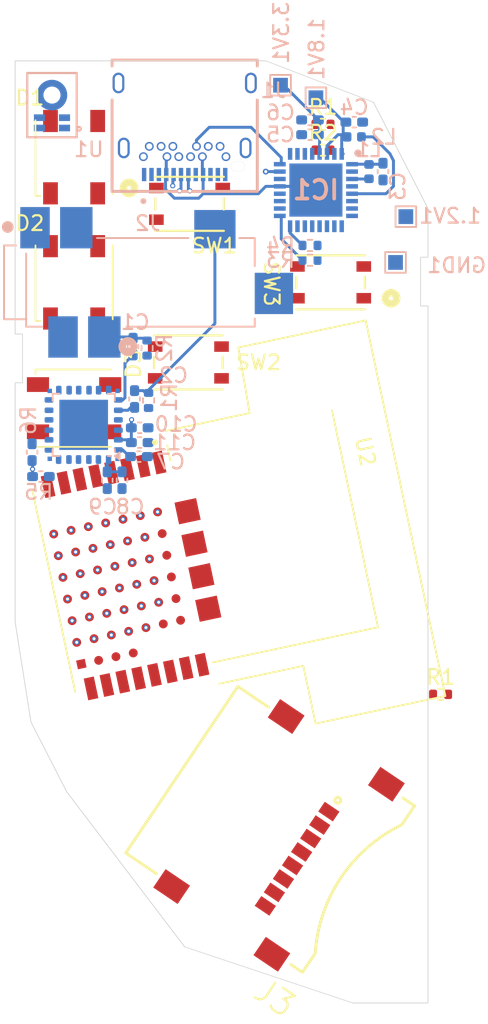
<source format=kicad_pcb>
(kicad_pcb (version 20240108) (generator "pcbnew") (generator_version "8.0")
  (layers (0 "F.Cu" signal) (1 "In1.Cu" signal) (2 "In2.Cu" signal) (31 "B.Cu" signal) (34 "B.Paste" user) (35 "F.Paste" user) (36 "B.SilkS" user "B.Silkscreen") (37 "F.SilkS" user "F.Silkscreen") (38 "B.Mask" user) (39 "F.Mask" user) (44 "Edge.Cuts" user))
  (net 0 "")
  (net 1 "Net-(D1-VDD)")
  (net 2 "Net-(U3-OUT1M)")
  (net 3 "/TRRS_RNG1")
  (net 4 "/TRRS_TIP")
  (net 5 "Net-(U3-OUT1P)")
  (net 6 "Net-(U3-VREF)")
  (net 7 "/SPI_MISO")
  (net 8 "Net-(U3-DREG)")
  (net 9 "Net-(D1-DO)")
  (net 10 "/NeoPixels")
  (net 11 "/SPI_CS?????")
  (net 25 "/VBUSOUT")
  (net 27 "/VSYS")
  (net 31 "Net-(D2-DO)")
  (net 32 "/TRRS_SLV")
  (net 33 "Net-(U3-SCL)")
  (net 41 "Net-(U3-SDA)")
  (net 42 "/BUTT_UP")
  (net 43 "/BUTT_DOWN")
  (net 45 "/BUTT_RT")
  (net 46 "/PDM_CLK")
  (net 47 "/PDM_DATA")
  (net 49 "/I2S_SDI")
  (net 50 "/SPI_SCLK")
  (net 51 "/I2S_SDO")
  (net 52 "/VBUS_5V")
  (net 53 "/I2S_SCK")
  (net 54 "/AIN2_VBUS")
  (net 55 "/PDM_CLK_MIC")
  (net 56 "/PDM_DAT_MIC")
  (net 57 "/SWDIO")
  (net 59 "/PDM_DAT_SBU")
  (net 60 "/PDM_CLK_SBU")
  (net 61 "/RST")
  (net 62 "unconnected-(U2-P0.23-PadC4)")
  (net 63 "unconnected-(U2-P0.31-PadC1)")
  (net 64 "/AIN0_VBAT")
  (net 65 "/AIN3_3.3V")
  (net 66 "unconnected-(U2-P0.16{slash}IO3-PadA4)")
  (net 67 "/AIN6_AUX")
  (net 68 "/3.3V")
  (net 69 "unconnected-(U2-P0.17{slash}SCK-PadB2)")
  (net 70 "/SWCLK")
  (net 71 "/AIN4_1.8V")
  (net 72 "/AIN5_1.2V")
  (net 73 "unconnected-(U2-P1.14-PadZ5)")
  (net 74 "/I2S_LRCK")
  (net 75 "unconnected-(U2-P1.01-PadD6)")
  (net 76 "/SPI_MOSI")
  (net 78 "unconnected-(U2-P1.00-PadA5)")
  (net 79 "unconnected-(U2-P0.15{slash}IO2-PadB4)")
  (net 80 "unconnected-(U2-P0.12{slash}DCX-PadB5)")
  (net 81 "unconnected-(U2-P0.24-PadC3)")
  (net 84 "unconnected-(U2-P0.21-PadC2)")
  (net 86 "unconnected-(U2-P1.15-PadZ6)")
  (net 87 "unconnected-(U2-P1.09-PadZ0)")
  (net 90 "unconnected-(U2-P0.29-PadD4)")
  (net 91 "/MIC_IN_TRS")
  (net 95 "unconnected-(U2-P0.14{slash}IO1-PadB3)")
  (net 98 "unconnected-(U2-P1.08-PadA6)")
  (net 102 "unconnected-(U2-P0.22-PadD5)")
  (net 103 "unconnected-(U2-P0.28{slash}AIN7-PadD3)")
  (net 104 "unconnected-(U2-P0.20-PadC5)")
  (net 105 "unconnected-(U2-P0.19-PadB1)")
  (net 109 "Net-(IC1-VSET2)")
  (net 111 "/VBAT")
  (net 113 "Net-(IC1-VSET1)")
  (net 114 "Net-(IC1-SW1)")
  (net 115 "/CC1")
  (net 116 "/CC2")
  (net 119 "/VBUSIN")
  (net 120 "GND")
  (net 121 "/SW2")
  (net 122 "/1.8V")
  (net 123 "/VLDO")
  (net 124 "/SCL")
  (net 125 "/SDA")
  (net 126 "/LSOUT")
  (net 127 "/NTC_BAT")
  (net 128 "/1.2V")
  (net 129 "/DN1")
  (net 130 "/DP1")
  (footprint "LED_SMD:LED_Inolux_IN-PI554FCH_PLCC4_5.0x5.0mm_P3.2mm" (layer "F.Cu") (at 140 93.522192)
    (property "Reference" "D3")
    (property "Value" "Inolux_IN-PI554FCH" (hide yes))
  )
  (footprint "Switch_Pushbutton:SW4_PTS815 SJM 250 SMTR LFS_CNK" (layer "F.Cu") (at 157.395871 85 180)
    (property "Reference" "SW3")
    (property "Value" "PTS815 SJM 250 SMTR LFS" (hide yes))
  )
  (footprint "Switch_Pushbutton:SW4_PTS815 SJM 250 SMTR LFS_CNK" (layer "F.Cu") (at 147.749999 90.425001)
    (property "Reference" "SW2")
    (property "Value" "PTS815 SJM 250 SMTR LFS" (hide yes))
  )
  (footprint "Resistor_SMD:R_0402_1005Metric" (layer "F.Cu") (at 156.88 76.05)
    (property "Reference" "R2")
    (property "Value" "R")
  )
  (footprint "LED_SMD:LED_Inolux_IN-PI554FCH_PLCC4_5.0x5.0mm_P3.2mm" (layer "F.Cu") (at 140 76.522192 90)
    (property "Reference" "D1")
    (property "Value" "Inolux_IN-PI554FCH" (hide yes))
  )
  (footprint "Resistor_SMD:R_0402_1005Metric" (layer "F.Cu") (at 156.88 74.3)
    (property "Reference" "R1")
    (property "Value" "R")
  )
  (footprint "Switch_Pushbutton:SW4_PTS815 SJM 250 SMTR LFS_CNK" (layer "F.Cu") (at 147.8308 79.683548)
    (property "Reference" "SW1")
    (property "Value" "PTS815 SJM 250 SMTR LFS" (hide yes))
  )
  (footprint "BT40F:XCVR_BT40F" (layer "F.Cu") (at 148.783417 103.205722 -78)
    (property "Reference" "U2")
    (property "Value" "BT40F")
  )
  (footprint "LED_SMD:LED_Inolux_IN-PI554FCH_PLCC4_5.0x5.0mm_P3.2mm" (layer "F.Cu") (at 140 85 90)
    (property "Reference" "D2")
    (property "Value" "Inolux_IN-PI554FCH" (hide yes))
  )
  (footprint "Resistor_SMD:R_0402_1005Metric" (layer "F.Cu") (at 164.855 112.9)
    (property "Reference" "R1")
    (property "Value" "R")
  )
  (footprint "Connector_TF:GCT_MEM2067-02-180-00-A_REVB" (layer "F.Cu") (at 153.29594 122.046058 56)
    (property "Reference" "J3")
    (property "Value" "MEM2067-02-180-00-A_REVB" (hide yes))
  )
  (footprint "Capacitor_SMD:C_0402_1005Metric_Pad0.74x0.62mm_HandSolder" (layer "B.Cu") (at 144.4 96.8 180)
    (property "Reference" "C7")
    (property "Value" "10uF")
  )
  (footprint "Capacitor_SMD:C_0402_1005Metric_Pad0.74x0.62mm_HandSolder" (layer "B.Cu") (at 142.25 98.4 90)
    (property "Reference" "C9")
    (property "Value" "10uF")
  )
  (footprint "Capacitor_SMD:C_0402_1005Metric_Pad0.74x0.62mm_HandSolder" (layer "B.Cu") (at 137.75 98.15 180)
    (property "Reference" "R5")
    (property "Value" "1k")
  )
  (footprint "TestPoint:TestPoint_Pad_1.0x1.0mm" (layer "B.Cu") (at 154 71.65 180)
    (property "Reference" "3.3V1")
    (property "Value" "TestPoint")
  )
  (footprint "Package_DFN_QFN:WAVE_CODEC" (layer "B.Cu") (at 140.65 94.65 90)
    (property "Reference" "U3" (hide yes))
    (property "Value" "~")
  )
  (footprint "TestPoint:TestPoint_Pad_1.0x1.0mm" (layer "B.Cu") (at 162.5 80.55 180)
    (property "Reference" "1.2V1")
    (property "Value" "1.2V")
  )
  (footprint "NPM1300:QFN50P500X500X90-33N" (layer "B.Cu") (at 156.4 78.75 180)
    (property "Reference" "IC1")
    (property "Value" "NPM1300-QEAA-R" (hide yes))
  )
  (footprint "Resistor_SMD:R_0402_1005Metric" (layer "B.Cu") (at 156 82.5 180)
    (property "Reference" "R4")
    (property "Value" "4.7k")
  )
  (footprint "Microphone:PG-LLGA-5-3_INF" (layer "B.Cu") (at 138.5 73 180)
    (property "Reference" "U1")
    (property "Value" "IM72D128V01XTMA1" (hide yes))
  )
  (footprint "Capacitor_SMD:C_0402_1005Metric_Pad0.74x0.62mm_HandSolder" (layer "B.Cu") (at 160.95 77.5 90)
    (property "Reference" "C3")
    (property "Value" "10uF")
  )
  (footprint "Resistor_SMD:R_0402_1005Metric" (layer "B.Cu") (at 156 83.5)
    (property "Reference" "R3")
    (property "Value" "10k")
  )
  (footprint "Capacitor_SMD:C_0402_1005Metric_Pad0.74x0.62mm_HandSolder" (layer "B.Cu") (at 156 74)
    (property "Reference" "C6")
    (property "Value" "10uF")
  )
  (footprint "Capacitor_SMD:C_0402_1005Metric_Pad0.74x0.62mm_HandSolder" (layer "B.Cu") (at 144.45 95.85 180)
    (property "Reference" "C11")
    (property "Value" "10uF")
  )
  (footprint "Capacitor_SMD:C_0402_1005Metric_Pad0.74x0.62mm_HandSolder" (layer "B.Cu") (at 137.15 96.5 -90)
    (property "Reference" "R6")
    (property "Value" "1k")
  )
  (footprint "Inductor_SMD:L_0402_1005Metric" (layer "B.Cu") (at 159 75.15)
    (property "Reference" "L2")
    (property "Value" "2.2uH")
  )
  (footprint "Resistor_SMD:R_0402_1005Metric" (layer "B.Cu") (at 144.95 89.45 90)
    (property "Reference" "R2")
    (property "Value" "R")
  )
  (footprint "Resistor_SMD:R_0402_1005Metric" (layer "B.Cu") (at 145.05 93 -90)
    (property "Reference" "R1")
    (property "Value" "R")
  )
  (footprint "Connector_USBC:GCT_USB4056-03-A_REVA2" (layer "B.Cu") (at 147.5 71.5)
    (property "Reference" "J1")
    (property "Value" "USB4056-03-A_REVA2" (hide yes))
    (fp_line (start 3.45 5.315) (end 3.75 5.315) (stroke (width 0.01)) (layer "Edge.Cuts"))
    (fp_line (start 3.75 5.965) (end 3.45 5.965) (stroke (width 0.01)) (layer "Edge.Cuts"))
    (fp_arc (start 3.125 5.64) (mid 3.22019 5.41019) (end 3.45 5.315) (stroke (width 0.01)) (layer "Edge.Cuts"))
    (fp_arc (start 3.45 5.965) (mid 3.22019 5.86981) (end 3.125 5.64) (stroke (width 0.01)) (layer "Edge.Cuts"))
    (fp_arc (start 3.75 5.315) (mid 3.97981 5.41019) (end 4.075 5.64) (stroke (width 0.01)) (layer "Edge.Cuts"))
    (fp_arc (start 4.075 5.64) (mid 3.97981 5.86981) (end 3.75 5.965) (stroke (width 0.01)) (layer "Edge.Cuts"))
  )
  (footprint "Connector_Audio_SJ43:CUI_SJ-43516-SMT" (layer "B.Cu") (at 144.5 85)
    (property "Reference" "J2")
    (property "Value" "SJ-43516-SMT" (hide yes))
  )
  (footprint "Inductor_SMD:L_0402_1005Metric" (layer "B.Cu") (at 160 77.5 -90)
    (property "Reference" "L1")
    (property "Value" "2.2uH")
  )
  (footprint "Capacitor_SMD:C_0402_1005Metric_Pad0.74x0.62mm_HandSolder" (layer "B.Cu") (at 156 75)
    (property "Reference" "C5")
    (property "Value" "10uF")
  )
  (footprint "Capacitor_SMD:C_0402_1005Metric_Pad0.74x0.62mm_HandSolder" (layer "B.Cu") (at 144 89.35 -90)
    (property "Reference" "C1")
    (property "Value" "10uF")
  )
  (footprint "Capacitor_SMD:C_0402_1005Metric_Pad0.74x0.62mm_HandSolder" (layer "B.Cu") (at 159 74.15 180)
    (property "Reference" "C4")
    (property "Value" "10uF")
  )
  (footprint "TestPoint:TestPoint_Pad_1.0x1.0mm" (layer "B.Cu") (at 156.4 72.5 180)
    (property "Reference" "1.8V1")
    (property "Value" "1.8V")
  )
  (footprint "Capacitor_SMD:C_0402_1005Metric_Pad0.74x0.62mm_HandSolder" (layer "B.Cu") (at 144.45 94.85 180)
    (property "Reference" "C10")
    (property "Value" "0.1uf")
  )
  (footprint "TestPoint:TestPoint_Pad_1.0x1.0mm" (layer "B.Cu") (at 161.8 83.65 180)
    (property "Reference" "GND1")
    (property "Value" "TestPoint")
  )
  (footprint "Capacitor_SMD:C_0402_1005Metric_Pad0.74x0.62mm_HandSolder" (layer "B.Cu") (at 143.25 98.4 90)
    (property "Reference" "C8")
    (property "Value" "0.1uf")
  )
  (footprint "Capacitor_SMD:C_0402_1005Metric_Pad0.74x0.62mm_HandSolder" (layer "B.Cu") (at 144.1 92.9 -90)
    (property "Reference" "C2")
    (property "Value" "10uF")
  )
  (gr_line (start 147.5 130) (end 139.5 119.5) (stroke (width 0.05)) (layer "Edge.Cuts"))
  (gr_line (start 164 86.6) (end 164 133.8) (stroke (width 0.05)) (layer "Edge.Cuts"))
  (gr_line (start 136 88.5) (end 136 70) (stroke (width 0.05)) (layer "Edge.Cuts"))
  (gr_line (start 136 70) (end 153 70) (stroke (width 0.05)) (layer "Edge.Cuts"))
  (gr_line (start 163.5 83.3) (end 163.5 86.6) (stroke (width 0.05)) (layer "Edge.Cuts"))
  (gr_line (start 153 70) (end 160.3 72.8) (stroke (width 0.05)) (layer "Edge.Cuts"))
  (gr_line (start 158.9 133.8) (end 147.5 130) (stroke (width 0.05)) (layer "Edge.Cuts"))
  (gr_line (start 160.3 72.8) (end 164 80) (stroke (width 0.05)) (layer "Edge.Cuts"))
  (gr_line (start 163.5 86.6) (end 164 86.6) (stroke (width 0.05)) (layer "Edge.Cuts"))
  (gr_line (start 136.5 88.5) (end 136.5 91.8) (stroke (width 0.05)) (layer "Edge.Cuts"))
  (gr_line (start 164 80) (end 164 83.3) (stroke (width 0.05)) (layer "Edge.Cuts"))
  (gr_line (start 136 108) (end 136 91.8) (stroke (width 0.05)) (layer "Edge.Cuts"))
  (gr_line (start 164 133.8) (end 158.9 133.8) (stroke (width 0.05)) (layer "Edge.Cuts"))
  (gr_line (start 137.075 114.775) (end 136 108) (stroke (width 0.05)) (layer "Edge.Cuts"))
  (gr_line (start 136 91.8) (end 136.5 91.8) (stroke (width 0.05)) (layer "Edge.Cuts"))
  (gr_line (start 139.5 119.5) (end 137.075 114.775) (stroke (width 0.05)) (layer "Edge.Cuts"))
  (gr_line (start 136 88.5) (end 136.5 88.5) (stroke (width 0.05)) (layer "Edge.Cuts"))
  (gr_line (start 163.5 83.3) (end 164 83.3) (stroke (width 0.05)) (layer "Edge.Cuts"))
  (segment (start 143.45 90.4675) (end 144 89.9175) (width 0.2) (layer "B.Cu") (net 2))
  (segment (start 143.299999 92.9625) (end 143.45 92.812499) (width 0.2) (layer "B.Cu") (net 2))
  (segment (start 143 92.9625) (end 143.299999 92.9625) (width 0.2) (layer "B.Cu") (net 2))
  (segment (start 143.45 92.812499) (end 143.45 90.4675) (width 0.2) (layer "B.Cu") (net 2))
  (segment (start 143.9175 88.7) (end 144 88.7825) (width 0.2) (layer "B.Cu") (net 3))
  (segment (start 144 88.7825) (end 144.7925 88.7825) (width 0.2) (layer "B.Cu") (net 3))
  (segment (start 142.05 88.7) (end 143.9175 88.7) (width 0.2) (layer "B.Cu") (net 3))
  (segment (start 144.7925 88.7825) (end 144.95 88.94) (width 0.2) (layer "B.Cu") (net 3))
  (segment (start 144.6925 92.3325) (end 144.85 92.49) (width 0.2) (layer "B.Cu") (net 4))
  (segment (start 144.1 92.3325) (end 144.6925 92.3325) (width 0.2) (layer "B.Cu") (net 4))
  (segment (start 149.55 87.79) (end 149.55 81.4) (width 0.2) (layer "B.Cu") (net 4))
  (segment (start 144.85 92.49) (end 149.55 87.79) (width 0.2) (layer "B.Cu") (net 4))
  (segment (start 143 93.6625) (end 143.655 93.6625) (width 0.2) (layer "B.Cu") (net 5))
  (segment (start 143.655 93.6625) (end 143.85 93.4675) (width 0.2) (layer "B.Cu") (net 5))
  (segment (start 143.8325 96.8) (end 143.749999 96.8) (width 0.2) (layer "B.Cu") (net 6))
  (segment (start 143.749999 96.8) (end 143.299999 96.35) (width 0.2) (layer "B.Cu") (net 6))
  (segment (start 143.299999 96.35) (end 143 96.35) (width 0.2) (layer "B.Cu") (net 6))
  (via (at 140.17901 109.379593) (size 0.35) (drill 0.2) (layers "F.Cu" "B.Cu") (net 7))
  (segment (start 142.3375 97) (end 142.35 97) (width 0.2) (layer "B.Cu") (net 8))
  (segment (start 142.25 97.1) (end 142.25 97.8325) (width 0.2) (layer "B.Cu") (net 8))
  (segment (start 142.25 97.8325) (end 143.25 97.8325) (width 0.2) (layer "B.Cu") (net 8))
  (segment (start 142.35 97) (end 142.25 97.1) (width 0.2) (layer "B.Cu") (net 8))
  (via (at 143.314781 101.04551) (size 0.35) (drill 0.2) (layers "F.Cu" "B.Cu") (net 49))
  (via (at 142.452872 102.762226) (size 0.35) (drill 0.2) (layers "F.Cu" "B.Cu") (net 50))
  (via (at 144.488558 100.796015) (size 0.35) (drill 0.2) (layers "F.Cu" "B.Cu") (net 51))
  (via (at 142.141005 101.295005) (size 0.35) (drill 0.2) (layers "F.Cu" "B.Cu") (net 53))
  (via (at 144.800425 102.263236) (size 0.35) (drill 0.2) (layers "F.Cu" "B.Cu") (net 54))
  (via (at 143.700341 108.631111) (size 0.35) (drill 0.2) (layers "F.Cu" "B.Cu") (net 59))
  (via (at 144.874119 108.381616) (size 0.35) (drill 0.2) (layers "F.Cu" "B.Cu") (net 60))
  (via (at 141.902828 105.946163) (size 0.35) (drill 0.2) (layers "F.Cu" "B.Cu") (net 62))
  (via (at 145.424162 105.197682) (size 0.35) (drill 0.2) (layers "F.Cu" "B.Cu") (net 63))
  (via (at 143.626648 102.512731) (size 0.35) (drill 0.2) (layers "F.Cu" "B.Cu") (net 65))
  (via (at 141.279094 103.011719) (size 0.35) (drill 0.2) (layers "F.Cu" "B.Cu") (net 66))
  (via (at 144.56225 106.914397) (size 0.35) (drill 0.2) (layers "F.Cu" "B.Cu") (net 67))
  (segment (start 154.2175 71.65) (end 156.284657 73.717157) (width 0.2) (layer "B.Cu") (net 68))
  (segment (start 154 71.65) (end 154.2175 71.65) (width 0.2) (layer "B.Cu") (net 68))
  (via (at 143.938516 103.979952) (size 0.35) (drill 0.2) (layers "F.Cu" "B.Cu") (net 69))
  (via (at 139.555276 106.44515) (size 0.35) (drill 0.2) (layers "F.Cu" "B.Cu") (net 71))
  (via (at 145.736028 106.664901) (size 0.35) (drill 0.2) (layers "F.Cu" "B.Cu") (net 72))
  (via (at 139.793449 101.793991) (size 0.35) (drill 0.2) (layers "F.Cu" "B.Cu") (net 73))
  (via (at 140.967226 101.544499) (size 0.35) (drill 0.2) (layers "F.Cu" "B.Cu") (net 74))
  (via (at 139.867143 107.912371) (size 0.35) (drill 0.2) (layers "F.Cu" "B.Cu") (net 75))
  (via (at 140.105317 103.261214) (size 0.35) (drill 0.2) (layers "F.Cu" "B.Cu") (net 78))
  (via (at 141.590961 104.478938) (size 0.35) (drill 0.2) (layers "F.Cu" "B.Cu") (net 79))
  (via (at 140.417184 104.728433) (size 0.35) (drill 0.2) (layers "F.Cu" "B.Cu") (net 80))
  (via (at 143.076606 105.696668) (size 0.35) (drill 0.2) (layers "F.Cu" "B.Cu") (net 81))
  (via (at 144.250382 105.447175) (size 0.35) (drill 0.2) (layers "F.Cu" "B.Cu") (net 84))
  (via (at 138.619672 102.043486) (size 0.35) (drill 0.2) (layers "F.Cu" "B.Cu") (net 86))
  (via (at 145.662335 100.546521) (size 0.35) (drill 0.2) (layers "F.Cu" "B.Cu") (net 87))
  (via (at 142.214698 107.413384) (size 0.35) (drill 0.2) (layers "F.Cu" "B.Cu") (net 90))
  (via (at 142.764739 104.229445) (size 0.35) (drill 0.2) (layers "F.Cu" "B.Cu") (net 95))
  (via (at 138.93154 103.510708) (size 0.35) (drill 0.2) (layers "F.Cu" "B.Cu") (net 98))
  (via (at 141.040918 107.662877) (size 0.35) (drill 0.2) (layers "F.Cu" "B.Cu") (net 102))
  (via (at 143.388475 107.163889) (size 0.35) (drill 0.2) (layers "F.Cu" "B.Cu") (net 103))
  (via (at 140.729053 106.195656) (size 0.35) (drill 0.2) (layers "F.Cu" "B.Cu") (net 104))
  (via (at 145.112293 103.730458) (size 0.35) (drill 0.2) (layers "F.Cu" "B.Cu") (net 105))
  (segment (start 154.65 81.66) (end 154.65 81.2) (width 0.2) (layer "B.Cu") (net 109))
  (segment (start 155.49 82.5) (end 154.65 81.66) (width 0.2) (layer "B.Cu") (net 109))
  (segment (start 155.49 83.5) (end 154.05 82.06) (width 0.2) (layer "B.Cu") (net 113))
  (segment (start 154.05 82.06) (end 154.05 80.5) (width 0.2) (layer "B.Cu") (net 113))
  (segment (start 160.085 78) (end 160.1 77.985) (width 0.2) (layer "B.Cu") (net 114))
  (segment (start 158.95 78) (end 160.085 78) (width 0.2) (layer "B.Cu") (net 114))
  (via (at 153 77.5) (size 0.4) (drill 0.2) (layers "F.Cu" "B.Cu") (net 115))
  (via (at 146.689277 78.460723) (size 0.35) (drill 0.2) (layers "F.Cu" "B.Cu") (net 115))
  (segment (start 154.05 77.5) (end 153 77.5) (width 0.2) (layer "B.Cu") (net 115))
  (segment (start 146.7 78.45) (end 146.7 77.75) (width 0.2) (layer "B.Cu") (net 115))
  (segment (start 146.689277 78.460723) (end 146.7 78.45) (width 0.2) (layer "B.Cu") (net 115))
  (segment (start 146.689277 78.460723) (end 146.728554 78.5) (width 0.2) (layer "B.Cu") (net 115))
  (segment (start 146.7 77.75) (end 146.75 77.7) (width 0.2) (layer "B.Cu") (net 115))
  (segment (start 152 74.5) (end 154.05 76.55) (width 0.2) (layer "B.Cu") (net 116))
  (segment (start 148.3 75.365736) (end 149.165736 74.5) (width 0.2) (layer "B.Cu") (net 116))
  (segment (start 154.05 76.55) (end 154.05 77) (width 0.2) (layer "B.Cu") (net 116))
  (segment (start 148.3 75.79) (end 148.3 75.365736) (width 0.2) (layer "B.Cu") (net 116))
  (segment (start 149.165736 74.5) (end 152 74.5) (width 0.2) (layer "B.Cu") (net 116))
  (segment (start 152.5 79) (end 148.75 79) (width 0.2) (layer "B.Cu") (net 119))
  (segment (start 146.25 77.7) (end 146.2 77.75) (width 0.2) (layer "B.Cu") (net 119))
  (segment (start 146.25 76.54) (end 146.3 76.49) (width 0.2) (layer "B.Cu") (net 119))
  (segment (start 146.8 79.3) (end 148.45 79.3) (width 0.2) (layer "B.Cu") (net 119))
  (segment (start 155 78.5) (end 153 78.5) (width 0.2) (layer "B.Cu") (net 119))
  (segment (start 153 78.5) (end 152.5 79) (width 0.2) (layer "B.Cu") (net 119))
  (segment (start 146.25 77.7) (end 146.25 76.54) (width 0.2) (layer "B.Cu") (net 119))
  (segment (start 148.75 79) (end 148.75 77.7) (width 0.2) (layer "B.Cu") (net 119))
  (segment (start 146.2 78.7) (end 146.8 79.3) (width 0.2) (layer "B.Cu") (net 119))
  (segment (start 148.7 77.65) (end 148.75 77.7) (width 0.2) (layer "B.Cu") (net 119))
  (segment (start 148.45 79.3) (end 148.75 79) (width 0.2) (layer "B.Cu") (net 119))
  (segment (start 148.7 76.49) (end 148.7 77.65) (width 0.2) (layer "B.Cu") (net 119))
  (segment (start 146.2 77.75) (end 146.2 78.7) (width 0.2) (layer "B.Cu") (net 119))
  (via (at 139.243407 104.977928) (size 0.35) (drill 0.2) (layers "F.Cu" "B.Cu") (net 120))
  (segment (start 161.66 76.759199) (end 161.66 78.49) (width 0.2) (layer "B.Cu") (net 121))
  (segment (start 160.282762 75.15) (end 161.414784 76.282022) (width 0.2) (layer "B.Cu") (net 121))
  (segment (start 161.15 79) (end 158.95 79) (width 0.2) (layer "B.Cu") (net 121))
  (segment (start 159.485 75.15) (end 160.282762 75.15) (width 0.2) (layer "B.Cu") (net 121))
  (segment (start 161.414784 76.282022) (end 161.66 76.759199) (width 0.2) (layer "B.Cu") (net 121))
  (segment (start 161.66 78.49) (end 161.15 79) (width 0.2) (layer "B.Cu") (net 121))
  (via (at 137.1825 97.65) (size 0.35) (drill 0.2) (layers "F.Cu" "B.Cu") (net 122))
  (via (at 143.9 94.3) (size 0.35) (drill 0.2) (layers "F.Cu" "B.Cu") (net 122))
  (segment (start 143.8825 94.3175) (end 143.9 94.3) (width 0.2) (layer "B.Cu") (net 122))
  (segment (start 143.8825 95.85) (end 143.8825 94.85) (width 0.2) (layer "B.Cu") (net 122))
  (segment (start 158.25 76.3) (end 158.15 76.2) (width 0.2) (layer "B.Cu") (net 122))
  (segment (start 158.25 75) (end 158.25 74.1825) (width 0.2) (layer "B.Cu") (net 122))
  (segment (start 157.9 75) (end 158.25 75) (width 0.2) (layer "B.Cu") (net 122))
  (segment (start 158.25 74.1825) (end 158.4325 74) (width 0.2) (layer "B.Cu") (net 122))
  (segment (start 137.1825 97.65) (end 137.1825 97.1) (width 0.2) (layer "B.Cu") (net 122))
  (segment (start 137.1825 98.15) (end 137.1825 97.65) (width 0.2) (layer "B.Cu") (net 122))
  (segment (start 143.8825 94.85) (end 143.8825 94.3175) (width 0.2) (layer "B.Cu") (net 122))
  (segment (start 157.15 75.75) (end 157.9 75) (width 0.2) (layer "B.Cu") (net 122))
  (segment (start 137.1825 97.1) (end 137.15 97.0675) (width 0.2) (layer "B.Cu") (net 122))
  (segment (start 157.15 76.3) (end 157.15 75.75) (width 0.2) (layer "B.Cu") (net 122))
  (segment (start 143.695 95.6625) (end 143.8825 95.85) (width 0.2) (layer "B.Cu") (net 122))
  (segment (start 158.3 74.15) (end 156.4 72.25) (width 0.2) (layer "B.Cu") (net 122))
  (segment (start 158.15 76.2) (end 158.15 75.1) (width 0.2) (layer "B.Cu") (net 122))
  (segment (start 158.4325 74.15) (end 158.3 74.15) (width 0.2) (layer "B.Cu") (net 122))
  (segment (start 158.15 75.1) (end 158.25 75) (width 0.2) (layer "B.Cu") (net 122))
  (segment (start 143 95.6625) (end 143.695 95.6625) (width 0.2) (layer "B.Cu") (net 122))
  (segment (start 156.65 76.3) (end 156.65 74.0825) (width 0.2) (layer "B.Cu") (net 123))
  (segment (start 156.65 74.0825) (end 156.5675 74) (width 0.2) (layer "B.Cu") (net 123))
  (segment (start 158.95 77) (end 160.9825 77) (width 0.2) (layer "B.Cu") (net 128))
  (segment (start 160.9825 77) (end 161.05 76.9325) (width 0.2) (layer "B.Cu") (net 128))
  (via (at 141.352787 109.130098) (size 0.35) (drill 0.2) (layers "F.Cu" "B.Cu") (net 129))
  (via (at 147.85 78.8) (size 0.35) (drill 0.2) (layers "F.Cu" "B.Cu") (net 129))
  (segment (start 147.85 78.8) (end 147.75 78.7) (width 0.2) (layer "B.Cu") (net 129))
  (segment (start 147.75 78.7) (end 147.75 77.7) (width 0.2) (layer "B.Cu") (net 129))
  (via (at 147.15 78.8) (size 0.35) (drill 0.2) (layers "F.Cu" "B.Cu") (net 130))
  (via (at 142.526564 108.880605) (size 0.35) (drill 0.2) (layers "F.Cu" "B.Cu") (net 130))
  (segment (start 147.25 78.7) (end 147.25 77.7) (width 0.2) (layer "B.Cu") (net 130))
  (segment (start 147.15 78.8) (end 147.25 78.7) (width 0.2) (layer "B.Cu") (net 130))
)
</source>
